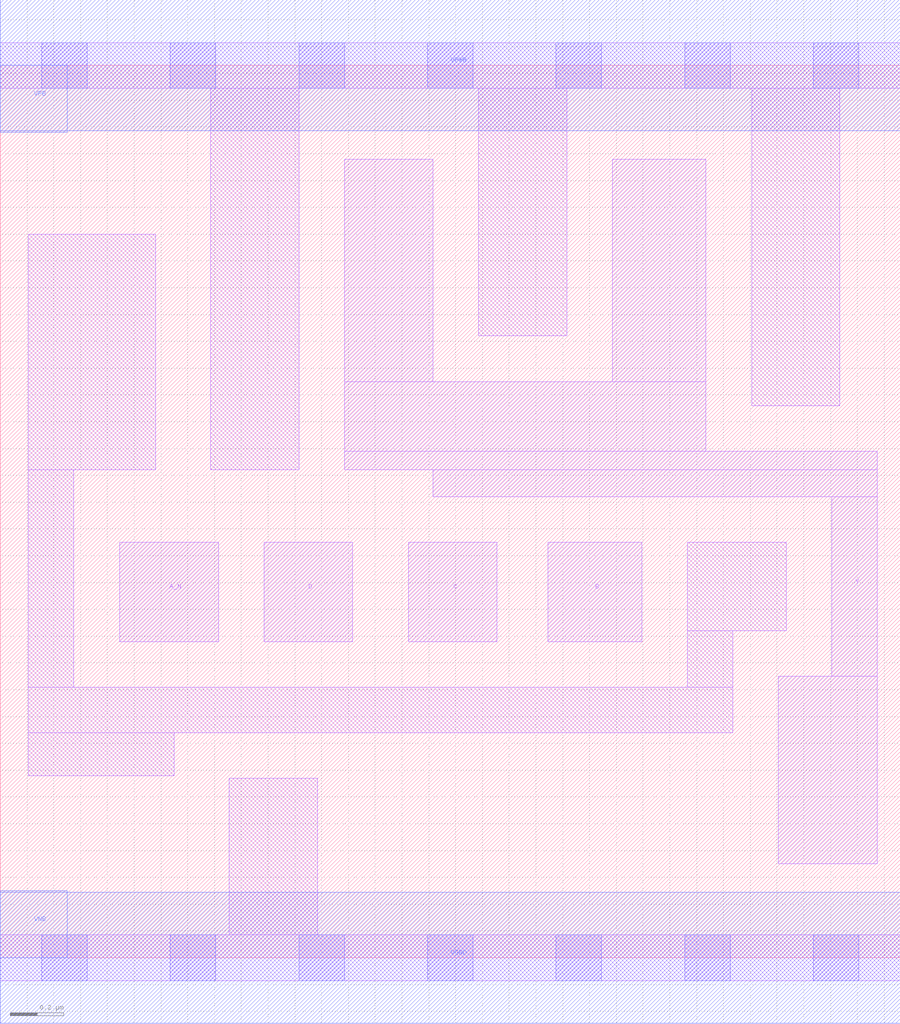
<source format=lef>
# Copyright 2020 The SkyWater PDK Authors
#
# Licensed under the Apache License, Version 2.0 (the "License");
# you may not use this file except in compliance with the License.
# You may obtain a copy of the License at
#
#     https://www.apache.org/licenses/LICENSE-2.0
#
# Unless required by applicable law or agreed to in writing, software
# distributed under the License is distributed on an "AS IS" BASIS,
# WITHOUT WARRANTIES OR CONDITIONS OF ANY KIND, either express or implied.
# See the License for the specific language governing permissions and
# limitations under the License.
#
# SPDX-License-Identifier: Apache-2.0

VERSION 5.5 ;
NAMESCASESENSITIVE ON ;
BUSBITCHARS "[]" ;
DIVIDERCHAR "/" ;
MACRO sky130_fd_sc_hs__nand4b_1
  CLASS CORE ;
  SOURCE USER ;
  ORIGIN  0.000000  0.000000 ;
  SIZE  3.360000 BY  3.330000 ;
  SYMMETRY X Y ;
  SITE unit ;
  PIN A_N
    ANTENNAGATEAREA  0.208000 ;
    DIRECTION INPUT ;
    USE SIGNAL ;
    PORT
      LAYER li1 ;
        RECT 0.445000 1.180000 0.815000 1.550000 ;
    END
  END A_N
  PIN B
    ANTENNAGATEAREA  0.279000 ;
    DIRECTION INPUT ;
    USE SIGNAL ;
    PORT
      LAYER li1 ;
        RECT 2.045000 1.180000 2.395000 1.550000 ;
    END
  END B
  PIN C
    ANTENNAGATEAREA  0.279000 ;
    DIRECTION INPUT ;
    USE SIGNAL ;
    PORT
      LAYER li1 ;
        RECT 1.525000 1.180000 1.855000 1.550000 ;
    END
  END C
  PIN D
    ANTENNAGATEAREA  0.279000 ;
    DIRECTION INPUT ;
    USE SIGNAL ;
    PORT
      LAYER li1 ;
        RECT 0.985000 1.180000 1.315000 1.550000 ;
    END
  END D
  PIN Y
    ANTENNADIFFAREA  1.012400 ;
    DIRECTION OUTPUT ;
    USE SIGNAL ;
    PORT
      LAYER li1 ;
        RECT 1.285000 1.820000 3.275000 1.890000 ;
        RECT 1.285000 1.890000 2.635000 2.150000 ;
        RECT 1.285000 2.150000 1.615000 2.980000 ;
        RECT 1.615000 1.720000 3.275000 1.820000 ;
        RECT 2.285000 2.150000 2.635000 2.980000 ;
        RECT 2.905000 0.350000 3.275000 1.050000 ;
        RECT 3.105000 1.050000 3.275000 1.720000 ;
    END
  END Y
  PIN VGND
    DIRECTION INOUT ;
    USE GROUND ;
    PORT
      LAYER met1 ;
        RECT 0.000000 -0.245000 3.360000 0.245000 ;
    END
  END VGND
  PIN VNB
    DIRECTION INOUT ;
    USE GROUND ;
    PORT
      LAYER met1 ;
        RECT 0.000000 0.000000 0.250000 0.250000 ;
    END
  END VNB
  PIN VPB
    DIRECTION INOUT ;
    USE POWER ;
    PORT
      LAYER met1 ;
        RECT 0.000000 3.080000 0.250000 3.330000 ;
    END
  END VPB
  PIN VPWR
    DIRECTION INOUT ;
    USE POWER ;
    PORT
      LAYER met1 ;
        RECT 0.000000 3.085000 3.360000 3.575000 ;
    END
  END VPWR
  OBS
    LAYER li1 ;
      RECT 0.000000 -0.085000 3.360000 0.085000 ;
      RECT 0.000000  3.245000 3.360000 3.415000 ;
      RECT 0.105000  0.680000 0.650000 0.840000 ;
      RECT 0.105000  0.840000 2.735000 1.010000 ;
      RECT 0.105000  1.010000 0.275000 1.820000 ;
      RECT 0.105000  1.820000 0.580000 2.700000 ;
      RECT 0.785000  1.820000 1.115000 3.245000 ;
      RECT 0.855000  0.085000 1.185000 0.670000 ;
      RECT 1.785000  2.320000 2.115000 3.245000 ;
      RECT 2.565000  1.010000 2.735000 1.220000 ;
      RECT 2.565000  1.220000 2.935000 1.550000 ;
      RECT 2.805000  2.060000 3.135000 3.245000 ;
    LAYER mcon ;
      RECT 0.155000 -0.085000 0.325000 0.085000 ;
      RECT 0.155000  3.245000 0.325000 3.415000 ;
      RECT 0.635000 -0.085000 0.805000 0.085000 ;
      RECT 0.635000  3.245000 0.805000 3.415000 ;
      RECT 1.115000 -0.085000 1.285000 0.085000 ;
      RECT 1.115000  3.245000 1.285000 3.415000 ;
      RECT 1.595000 -0.085000 1.765000 0.085000 ;
      RECT 1.595000  3.245000 1.765000 3.415000 ;
      RECT 2.075000 -0.085000 2.245000 0.085000 ;
      RECT 2.075000  3.245000 2.245000 3.415000 ;
      RECT 2.555000 -0.085000 2.725000 0.085000 ;
      RECT 2.555000  3.245000 2.725000 3.415000 ;
      RECT 3.035000 -0.085000 3.205000 0.085000 ;
      RECT 3.035000  3.245000 3.205000 3.415000 ;
  END
END sky130_fd_sc_hs__nand4b_1
END LIBRARY

</source>
